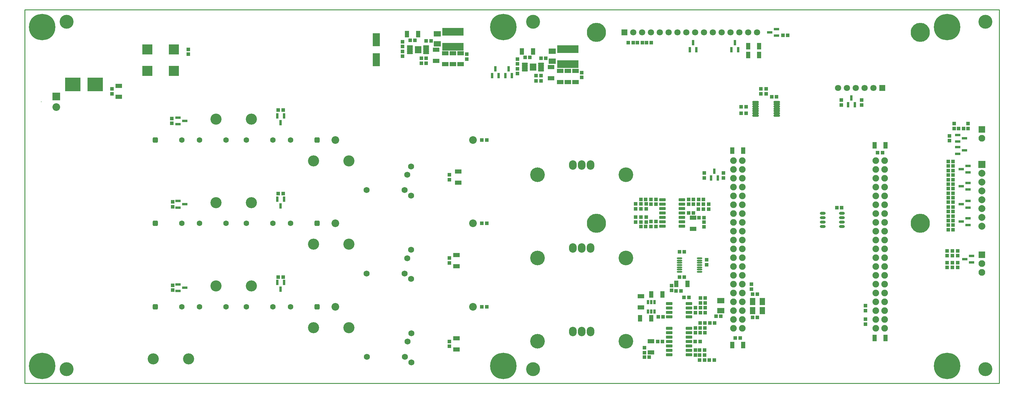
<source format=gts>
G04 Layer_Color=8388736*
%FSLAX43Y43*%
%MOMM*%
G71*
G01*
G75*
%ADD38C,0.254*%
%ADD78R,2.903X2.903*%
%ADD79O,1.550X0.500*%
%ADD80R,6.203X2.203*%
%ADD81R,0.803X1.203*%
%ADD82R,0.803X1.553*%
%ADD83O,1.653X0.853*%
%ADD84R,1.543X2.003*%
%ADD85R,1.103X1.003*%
G04:AMPARAMS|DCode=86|XSize=0.653mm|YSize=1.803mm|CornerRadius=0.151mm|HoleSize=0mm|Usage=FLASHONLY|Rotation=90.000|XOffset=0mm|YOffset=0mm|HoleType=Round|Shape=RoundedRectangle|*
%AMROUNDEDRECTD86*
21,1,0.653,1.501,0,0,90.0*
21,1,0.351,1.803,0,0,90.0*
1,1,0.302,0.750,0.175*
1,1,0.302,0.750,-0.175*
1,1,0.302,-0.750,-0.175*
1,1,0.302,-0.750,0.175*
%
%ADD86ROUNDEDRECTD86*%
%ADD87R,4.443X4.013*%
%ADD88R,1.003X1.103*%
%ADD89R,2.003X3.753*%
%ADD90C,4.000*%
G04:AMPARAMS|DCode=91|XSize=0.853mm|YSize=1.853mm|CornerRadius=0.15mm|HoleSize=0mm|Usage=FLASHONLY|Rotation=270.000|XOffset=0mm|YOffset=0mm|HoleType=Round|Shape=RoundedRectangle|*
%AMROUNDEDRECTD91*
21,1,0.853,1.552,0,0,270.0*
21,1,0.552,1.853,0,0,270.0*
1,1,0.301,-0.776,-0.276*
1,1,0.301,-0.776,0.276*
1,1,0.301,0.776,0.276*
1,1,0.301,0.776,-0.276*
%
%ADD91ROUNDEDRECTD91*%
%ADD92R,1.903X1.203*%
%ADD93R,1.203X1.903*%
G04:AMPARAMS|DCode=94|XSize=0.503mm|YSize=1.753mm|CornerRadius=0.151mm|HoleSize=0mm|Usage=FLASHONLY|Rotation=90.000|XOffset=0mm|YOffset=0mm|HoleType=Round|Shape=RoundedRectangle|*
%AMROUNDEDRECTD94*
21,1,0.503,1.451,0,0,90.0*
21,1,0.201,1.753,0,0,90.0*
1,1,0.302,0.726,0.101*
1,1,0.302,0.726,-0.101*
1,1,0.302,-0.726,-0.101*
1,1,0.302,-0.726,0.101*
%
%ADD94ROUNDEDRECTD94*%
G04:AMPARAMS|DCode=95|XSize=1.933mm|YSize=2.103mm|CornerRadius=0.153mm|HoleSize=0mm|Usage=FLASHONLY|Rotation=0.000|XOffset=0mm|YOffset=0mm|HoleType=Round|Shape=RoundedRectangle|*
%AMROUNDEDRECTD95*
21,1,1.933,1.796,0,0,0.0*
21,1,1.626,2.103,0,0,0.0*
1,1,0.307,0.813,-0.898*
1,1,0.307,-0.813,-0.898*
1,1,0.307,-0.813,0.898*
1,1,0.307,0.813,0.898*
%
%ADD95ROUNDEDRECTD95*%
%ADD96R,1.553X0.803*%
%ADD97R,2.003X1.543*%
%ADD98O,2.203X2.703*%
%ADD99C,2.203*%
%ADD100C,3.203*%
%ADD101C,1.803*%
%ADD102R,1.803X1.803*%
%ADD103C,1.727*%
%ADD104C,7.603*%
%ADD105C,5.503*%
%ADD106C,1.903*%
%ADD107R,1.953X1.953*%
%ADD108C,1.953*%
%ADD109C,4.203*%
%ADD110R,2.203X2.203*%
%ADD111R,0.203X0.203*%
%ADD112R,2.003X2.003*%
%ADD113C,2.003*%
%ADD114C,1.603*%
G04:AMPARAMS|DCode=115|XSize=1.603mm|YSize=1.603mm|CornerRadius=0.452mm|HoleSize=0mm|Usage=FLASHONLY|Rotation=0.000|XOffset=0mm|YOffset=0mm|HoleType=Round|Shape=RoundedRectangle|*
%AMROUNDEDRECTD115*
21,1,1.603,0.700,0,0,0.0*
21,1,0.700,1.603,0,0,0.0*
1,1,0.903,0.350,-0.350*
1,1,0.903,-0.350,-0.350*
1,1,0.903,-0.350,0.350*
1,1,0.903,0.350,0.350*
%
%ADD115ROUNDEDRECTD115*%
%ADD116C,0.803*%
D38*
X0Y0D02*
Y107500D01*
X280000D01*
Y0D02*
Y107500D01*
X0Y0D02*
X280000D01*
D78*
X35190Y89890D02*
D03*
X42810D02*
D03*
Y96110D02*
D03*
X35190D02*
D03*
D79*
X188125Y35950D02*
D03*
Y35300D02*
D03*
Y34650D02*
D03*
Y34000D02*
D03*
Y33350D02*
D03*
Y32700D02*
D03*
Y32050D02*
D03*
X193875Y35950D02*
D03*
Y35300D02*
D03*
Y34650D02*
D03*
Y34000D02*
D03*
Y33350D02*
D03*
Y32700D02*
D03*
Y32050D02*
D03*
D80*
X123000Y96850D02*
D03*
Y101150D02*
D03*
X156000Y91850D02*
D03*
Y96150D02*
D03*
D81*
X179050Y20625D02*
D03*
X180000D02*
D03*
X180950D02*
D03*
Y23375D02*
D03*
X180000D02*
D03*
X179050D02*
D03*
D82*
X138050Y88525D02*
D03*
X139950D02*
D03*
X139000Y90475D02*
D03*
X236550Y80125D02*
D03*
X238450D02*
D03*
X237500Y82075D02*
D03*
X191050Y96025D02*
D03*
X192950D02*
D03*
X192000Y97975D02*
D03*
X203050Y96025D02*
D03*
X204950D02*
D03*
X204000Y97975D02*
D03*
X74450Y28975D02*
D03*
X72550D02*
D03*
X73500Y27025D02*
D03*
X74450Y52975D02*
D03*
X72550D02*
D03*
X73500Y51025D02*
D03*
X74450Y76975D02*
D03*
X72550D02*
D03*
X73500Y75025D02*
D03*
X197180Y59095D02*
D03*
X199080D02*
D03*
X198130Y61045D02*
D03*
X134250Y88525D02*
D03*
X136150D02*
D03*
X135200Y90475D02*
D03*
D83*
X234725Y45095D02*
D03*
Y46365D02*
D03*
Y47635D02*
D03*
Y48905D02*
D03*
X229275Y45095D02*
D03*
Y46365D02*
D03*
Y47635D02*
D03*
Y48905D02*
D03*
D84*
X211930Y23500D02*
D03*
X209070D02*
D03*
X211930Y20900D02*
D03*
X209070D02*
D03*
D85*
X241500Y17000D02*
D03*
Y18400D02*
D03*
X268000Y34700D02*
D03*
Y33300D02*
D03*
X213000Y83300D02*
D03*
Y84700D02*
D03*
X211500Y83300D02*
D03*
Y84700D02*
D03*
X265700Y69800D02*
D03*
Y71200D02*
D03*
X265000Y33300D02*
D03*
Y34700D02*
D03*
Y36700D02*
D03*
Y38100D02*
D03*
X266500Y34700D02*
D03*
Y33300D02*
D03*
Y36700D02*
D03*
Y38100D02*
D03*
X267000Y74700D02*
D03*
Y73300D02*
D03*
X271000Y74700D02*
D03*
Y73300D02*
D03*
X192700Y15900D02*
D03*
Y14500D02*
D03*
Y21700D02*
D03*
Y20300D02*
D03*
Y8100D02*
D03*
Y9500D02*
D03*
X178000Y8800D02*
D03*
Y10200D02*
D03*
X178500Y47800D02*
D03*
Y46400D02*
D03*
X122000Y12000D02*
D03*
Y10600D02*
D03*
X178500Y50200D02*
D03*
Y51600D02*
D03*
X122000Y36000D02*
D03*
Y34600D02*
D03*
X193500Y50100D02*
D03*
Y51500D02*
D03*
X122000Y60000D02*
D03*
Y58600D02*
D03*
X195100Y46400D02*
D03*
Y45000D02*
D03*
X195230Y59070D02*
D03*
Y60470D02*
D03*
X200730Y59070D02*
D03*
Y60470D02*
D03*
X25000Y84700D02*
D03*
Y83300D02*
D03*
X47000Y96100D02*
D03*
Y94700D02*
D03*
X160000Y89400D02*
D03*
Y88000D02*
D03*
X141500Y90500D02*
D03*
Y89100D02*
D03*
X127000Y93300D02*
D03*
Y94700D02*
D03*
X108500Y94100D02*
D03*
Y95500D02*
D03*
X185800Y26700D02*
D03*
Y28100D02*
D03*
X175500Y46400D02*
D03*
Y47800D02*
D03*
X177000D02*
D03*
Y46400D02*
D03*
X175500Y51600D02*
D03*
Y50200D02*
D03*
X177000D02*
D03*
Y51600D02*
D03*
X196500Y51500D02*
D03*
Y50100D02*
D03*
X195000D02*
D03*
Y51500D02*
D03*
X141500Y91900D02*
D03*
Y93300D02*
D03*
X108500Y96900D02*
D03*
Y98300D02*
D03*
X42500Y26800D02*
D03*
Y28200D02*
D03*
X240400Y80100D02*
D03*
Y81500D02*
D03*
X42500Y50800D02*
D03*
Y52200D02*
D03*
X234600Y80100D02*
D03*
Y81500D02*
D03*
X42200Y74800D02*
D03*
Y76200D02*
D03*
X268000Y36700D02*
D03*
Y38100D02*
D03*
X195900Y35500D02*
D03*
Y34100D02*
D03*
X241500Y22300D02*
D03*
Y20900D02*
D03*
X208800Y27100D02*
D03*
Y28500D02*
D03*
D86*
X216050Y77050D02*
D03*
Y77700D02*
D03*
Y78350D02*
D03*
Y79000D02*
D03*
Y79650D02*
D03*
Y80300D02*
D03*
Y80950D02*
D03*
X209950Y77050D02*
D03*
Y77700D02*
D03*
Y78350D02*
D03*
Y79000D02*
D03*
Y79650D02*
D03*
Y80300D02*
D03*
Y80950D02*
D03*
D87*
X20185Y86000D02*
D03*
X13815D02*
D03*
D88*
X195100Y47600D02*
D03*
X193700D02*
D03*
X207200Y77700D02*
D03*
X205800D02*
D03*
X207200Y79600D02*
D03*
X205800D02*
D03*
X268300Y73300D02*
D03*
X269700D02*
D03*
X196800Y17300D02*
D03*
X198200D02*
D03*
X194100Y23100D02*
D03*
X195500D02*
D03*
X198100Y6700D02*
D03*
X196700D02*
D03*
X183200Y12000D02*
D03*
X181800D02*
D03*
X177000Y45100D02*
D03*
X178400D02*
D03*
X188100Y37800D02*
D03*
X189500D02*
D03*
X177000Y52900D02*
D03*
X178400D02*
D03*
X195000D02*
D03*
X193600D02*
D03*
X187100Y26600D02*
D03*
X188500D02*
D03*
X188100Y30500D02*
D03*
X189500D02*
D03*
X190700Y49000D02*
D03*
X192100D02*
D03*
X205530Y12970D02*
D03*
X204130D02*
D03*
X245030Y66370D02*
D03*
X246430D02*
D03*
X234700Y50500D02*
D03*
X233300D02*
D03*
X148300Y93500D02*
D03*
X149700D02*
D03*
X143700Y93800D02*
D03*
X145100D02*
D03*
X115300Y98500D02*
D03*
X116700D02*
D03*
X112100Y98700D02*
D03*
X110700D02*
D03*
X173400Y98000D02*
D03*
X174800D02*
D03*
X216000Y82400D02*
D03*
X214600D02*
D03*
X178000Y7500D02*
D03*
X179400D02*
D03*
X195400Y17300D02*
D03*
X194000D02*
D03*
Y15900D02*
D03*
X195400D02*
D03*
X194000Y14500D02*
D03*
X195400D02*
D03*
X194100Y21700D02*
D03*
X195500D02*
D03*
Y24500D02*
D03*
X194100D02*
D03*
Y20300D02*
D03*
X195500D02*
D03*
X179900Y45100D02*
D03*
X181300D02*
D03*
Y46500D02*
D03*
X179900D02*
D03*
X131300Y22000D02*
D03*
X132700D02*
D03*
X179900Y52900D02*
D03*
X181300D02*
D03*
Y51500D02*
D03*
X179900D02*
D03*
X131300Y46000D02*
D03*
X132700D02*
D03*
X192100Y52900D02*
D03*
X190700D02*
D03*
Y51500D02*
D03*
X192100D02*
D03*
X131300Y70000D02*
D03*
X132700D02*
D03*
X146900Y87000D02*
D03*
X148300D02*
D03*
Y88500D02*
D03*
X146900D02*
D03*
X113900Y92100D02*
D03*
X115300D02*
D03*
Y93500D02*
D03*
X113900D02*
D03*
X72800Y30500D02*
D03*
X74200D02*
D03*
X72800Y54600D02*
D03*
X74200D02*
D03*
X72800Y78600D02*
D03*
X74200D02*
D03*
X265300Y45500D02*
D03*
X266700D02*
D03*
X265300Y46800D02*
D03*
X266700D02*
D03*
X265300Y50700D02*
D03*
X266700D02*
D03*
X265300Y52100D02*
D03*
X266700D02*
D03*
X176000Y98000D02*
D03*
X177400D02*
D03*
X180000D02*
D03*
X178600D02*
D03*
X192600Y12000D02*
D03*
X194000D02*
D03*
X183400Y19100D02*
D03*
X182000D02*
D03*
X190800Y24700D02*
D03*
X189400D02*
D03*
X193900Y8100D02*
D03*
X195300D02*
D03*
Y6700D02*
D03*
X193900D02*
D03*
Y9500D02*
D03*
X195300D02*
D03*
X265300Y56000D02*
D03*
X266700D02*
D03*
X265300Y57300D02*
D03*
X266700D02*
D03*
X265300Y61200D02*
D03*
X266700D02*
D03*
X265300Y62500D02*
D03*
X266700D02*
D03*
Y63800D02*
D03*
X265300D02*
D03*
X266700Y59900D02*
D03*
X265300D02*
D03*
X266700Y58600D02*
D03*
X265300D02*
D03*
X266700Y54700D02*
D03*
X265300D02*
D03*
X266700Y53400D02*
D03*
X265300D02*
D03*
X266700Y49400D02*
D03*
X265300D02*
D03*
X266700Y48100D02*
D03*
X265300D02*
D03*
X266700Y44200D02*
D03*
X265300D02*
D03*
X217800Y100100D02*
D03*
X219200D02*
D03*
X209100Y18900D02*
D03*
X210500D02*
D03*
X200000Y19300D02*
D03*
X198600D02*
D03*
X209100Y25600D02*
D03*
X210500D02*
D03*
D89*
X101000Y93125D02*
D03*
Y98875D02*
D03*
D90*
X146000Y4000D02*
D03*
X12000Y104000D02*
D03*
X276000D02*
D03*
Y4000D02*
D03*
X146000Y104000D02*
D03*
X12000Y4000D02*
D03*
D91*
X183175Y52810D02*
D03*
Y51540D02*
D03*
Y50270D02*
D03*
Y49000D02*
D03*
Y47730D02*
D03*
Y46460D02*
D03*
Y45190D02*
D03*
X188825Y52810D02*
D03*
Y51540D02*
D03*
Y50270D02*
D03*
Y49000D02*
D03*
Y47730D02*
D03*
Y46460D02*
D03*
Y45190D02*
D03*
X190825Y19095D02*
D03*
Y20365D02*
D03*
Y21635D02*
D03*
Y22905D02*
D03*
X185175Y19095D02*
D03*
Y20365D02*
D03*
Y21635D02*
D03*
Y22905D02*
D03*
X190825Y8190D02*
D03*
Y9460D02*
D03*
Y10730D02*
D03*
Y12000D02*
D03*
Y13270D02*
D03*
Y14540D02*
D03*
Y15810D02*
D03*
X185175Y8190D02*
D03*
Y9460D02*
D03*
Y10730D02*
D03*
Y12000D02*
D03*
Y13270D02*
D03*
Y14540D02*
D03*
Y15810D02*
D03*
D92*
X125200Y91800D02*
D03*
Y95000D02*
D03*
X179900Y12100D02*
D03*
Y8900D02*
D03*
X124000Y9700D02*
D03*
Y12900D02*
D03*
Y33700D02*
D03*
Y36900D02*
D03*
X124500Y57700D02*
D03*
Y60900D02*
D03*
X192000Y44400D02*
D03*
Y47600D02*
D03*
X27000Y82400D02*
D03*
Y85600D02*
D03*
X153800Y86700D02*
D03*
Y89900D02*
D03*
X156000Y86700D02*
D03*
Y89900D02*
D03*
X158200Y86700D02*
D03*
Y89900D02*
D03*
X120800Y91800D02*
D03*
Y95000D02*
D03*
X123000Y91800D02*
D03*
Y95000D02*
D03*
X151200Y87800D02*
D03*
Y91000D02*
D03*
X118200Y92800D02*
D03*
Y96000D02*
D03*
X177000Y21800D02*
D03*
Y25000D02*
D03*
D93*
X207800Y97000D02*
D03*
X211000D02*
D03*
X190400Y28600D02*
D03*
X187200D02*
D03*
X203230Y10970D02*
D03*
X206430D02*
D03*
X247330Y68470D02*
D03*
X244130D02*
D03*
Y12970D02*
D03*
X247330D02*
D03*
X206430Y66970D02*
D03*
X203230D02*
D03*
X146000Y95500D02*
D03*
X142800D02*
D03*
X113000Y100500D02*
D03*
X109800D02*
D03*
X207800Y94500D02*
D03*
X211000D02*
D03*
X183200Y25500D02*
D03*
X180000D02*
D03*
X176800Y18700D02*
D03*
X180000D02*
D03*
D94*
X115325Y95000D02*
D03*
Y95500D02*
D03*
Y96000D02*
D03*
Y96500D02*
D03*
X110675Y95000D02*
D03*
Y95500D02*
D03*
Y96000D02*
D03*
Y96500D02*
D03*
Y97000D02*
D03*
X115325D02*
D03*
X148325Y92000D02*
D03*
X143675D02*
D03*
Y91500D02*
D03*
Y91000D02*
D03*
Y90500D02*
D03*
Y90000D02*
D03*
X148325Y91500D02*
D03*
Y91000D02*
D03*
Y90500D02*
D03*
Y90000D02*
D03*
D95*
X113000Y96000D02*
D03*
X146000Y91000D02*
D03*
D96*
X269975Y70500D02*
D03*
X268025Y69550D02*
D03*
Y71450D02*
D03*
X270025Y35700D02*
D03*
X271975Y36650D02*
D03*
Y34750D02*
D03*
X270975Y45550D02*
D03*
Y47450D02*
D03*
X269025Y46500D02*
D03*
X270975Y50550D02*
D03*
Y52450D02*
D03*
X269025Y51500D02*
D03*
X270975Y55750D02*
D03*
Y57650D02*
D03*
X269025Y56700D02*
D03*
X270975Y60650D02*
D03*
Y62550D02*
D03*
X269025Y61600D02*
D03*
X44025Y28450D02*
D03*
Y26550D02*
D03*
X45975Y27500D02*
D03*
X44025Y52450D02*
D03*
Y50550D02*
D03*
X45975Y51500D02*
D03*
X44025Y76450D02*
D03*
Y74550D02*
D03*
X45975Y75500D02*
D03*
X215975Y100050D02*
D03*
Y101950D02*
D03*
X214025Y101000D02*
D03*
X268025Y67950D02*
D03*
Y66050D02*
D03*
X269975Y67000D02*
D03*
D97*
X151500Y92670D02*
D03*
Y95530D02*
D03*
X118500Y100530D02*
D03*
Y97670D02*
D03*
X200000Y23730D02*
D03*
Y20870D02*
D03*
D98*
X157450Y62800D02*
D03*
X160000D02*
D03*
X162550D02*
D03*
X157450Y14900D02*
D03*
X160000D02*
D03*
X162550D02*
D03*
Y38900D02*
D03*
X160000D02*
D03*
X157450D02*
D03*
D99*
X128750Y70000D02*
D03*
X89250D02*
D03*
X9000Y79500D02*
D03*
X128750Y22000D02*
D03*
X89250D02*
D03*
X128750Y46000D02*
D03*
X89250D02*
D03*
D100*
X93080Y16000D02*
D03*
X82920D02*
D03*
X36920Y7000D02*
D03*
X47080D02*
D03*
X54920Y76000D02*
D03*
X65080D02*
D03*
X54920Y52000D02*
D03*
X65080D02*
D03*
X54920Y28000D02*
D03*
X65080D02*
D03*
X82920Y64000D02*
D03*
X93080D02*
D03*
X82920Y40000D02*
D03*
X93080D02*
D03*
D101*
X236190Y85000D02*
D03*
X241270D02*
D03*
X243810D02*
D03*
X238730D02*
D03*
X233650D02*
D03*
X210350Y101000D02*
D03*
X205270D02*
D03*
X200190D02*
D03*
X197650D02*
D03*
X192570D02*
D03*
X187490D02*
D03*
X182410D02*
D03*
X177330D02*
D03*
X174790D02*
D03*
X179870D02*
D03*
X184950D02*
D03*
X190030D02*
D03*
X195110D02*
D03*
X202730D02*
D03*
X207810D02*
D03*
D102*
X246350Y85000D02*
D03*
X172250Y101000D02*
D03*
D103*
X111000Y54000D02*
D03*
X109880Y59970D02*
D03*
X98200Y55570D02*
D03*
X109120D02*
D03*
X111000Y62380D02*
D03*
X111100Y6000D02*
D03*
X109980Y11970D02*
D03*
X98300Y7570D02*
D03*
X109220D02*
D03*
X111100Y14380D02*
D03*
X111000Y38380D02*
D03*
X109880Y35970D02*
D03*
X109120Y31570D02*
D03*
X111000Y30000D02*
D03*
X98200Y31570D02*
D03*
D104*
X5000Y102500D02*
D03*
Y5000D02*
D03*
X137500Y5000D02*
D03*
X265000Y5000D02*
D03*
Y102500D02*
D03*
X137500D02*
D03*
D105*
X164250Y101000D02*
D03*
Y46000D02*
D03*
X257270D02*
D03*
X257250Y101000D02*
D03*
D106*
X244460Y64100D02*
D03*
Y61560D02*
D03*
Y59020D02*
D03*
Y56480D02*
D03*
Y53940D02*
D03*
Y51400D02*
D03*
Y48860D02*
D03*
Y46320D02*
D03*
Y43780D02*
D03*
Y41240D02*
D03*
Y38700D02*
D03*
Y36160D02*
D03*
Y33620D02*
D03*
Y31080D02*
D03*
Y28540D02*
D03*
Y26000D02*
D03*
Y23460D02*
D03*
Y20920D02*
D03*
Y18380D02*
D03*
Y15840D02*
D03*
X247000Y64100D02*
D03*
Y61560D02*
D03*
Y59020D02*
D03*
Y56480D02*
D03*
Y53940D02*
D03*
Y51400D02*
D03*
Y48860D02*
D03*
Y46320D02*
D03*
Y43780D02*
D03*
Y41240D02*
D03*
Y38700D02*
D03*
Y36160D02*
D03*
Y33620D02*
D03*
Y31080D02*
D03*
Y28540D02*
D03*
Y26000D02*
D03*
Y23460D02*
D03*
Y20920D02*
D03*
Y18380D02*
D03*
Y15840D02*
D03*
X206100D02*
D03*
Y18380D02*
D03*
Y20920D02*
D03*
Y23460D02*
D03*
Y26000D02*
D03*
Y28540D02*
D03*
Y31080D02*
D03*
Y33620D02*
D03*
Y36160D02*
D03*
Y38700D02*
D03*
Y41240D02*
D03*
Y43780D02*
D03*
Y46320D02*
D03*
Y48860D02*
D03*
Y51400D02*
D03*
Y53940D02*
D03*
Y56480D02*
D03*
Y59020D02*
D03*
Y61560D02*
D03*
Y64100D02*
D03*
X203560Y15840D02*
D03*
Y18380D02*
D03*
Y20920D02*
D03*
Y23460D02*
D03*
Y26000D02*
D03*
Y28540D02*
D03*
Y31080D02*
D03*
Y33620D02*
D03*
Y36160D02*
D03*
Y38700D02*
D03*
Y41240D02*
D03*
Y43780D02*
D03*
Y46320D02*
D03*
Y48860D02*
D03*
Y51400D02*
D03*
Y53940D02*
D03*
Y56480D02*
D03*
Y59020D02*
D03*
Y61560D02*
D03*
Y64100D02*
D03*
D107*
X275000Y37000D02*
D03*
Y73000D02*
D03*
D108*
Y34460D02*
D03*
Y31920D02*
D03*
Y70460D02*
D03*
D109*
X172700Y12100D02*
D03*
X147300D02*
D03*
X172700Y60000D02*
D03*
X147300D02*
D03*
X172700Y36000D02*
D03*
X147300D02*
D03*
D110*
X9000Y82500D02*
D03*
D111*
X4680Y81000D02*
D03*
D112*
X275000Y63000D02*
D03*
D113*
Y60460D02*
D03*
Y57920D02*
D03*
Y55380D02*
D03*
Y52840D02*
D03*
Y50300D02*
D03*
Y47760D02*
D03*
Y45220D02*
D03*
D114*
X57820Y70000D02*
D03*
X50200D02*
D03*
X45120D02*
D03*
X76380Y22000D02*
D03*
X71300D02*
D03*
X63680D02*
D03*
X57820Y22000D02*
D03*
X50200D02*
D03*
X45120D02*
D03*
X76380Y46000D02*
D03*
X71300D02*
D03*
X63680D02*
D03*
X57820Y46000D02*
D03*
X50200D02*
D03*
X45120D02*
D03*
X76380Y70000D02*
D03*
X71300D02*
D03*
X63680D02*
D03*
D115*
X37500Y70000D02*
D03*
X84000Y22000D02*
D03*
X37500Y22000D02*
D03*
X84000Y46000D02*
D03*
X37500Y46000D02*
D03*
X84000Y70000D02*
D03*
D116*
X112500Y96500D02*
D03*
X113500D02*
D03*
X112500Y95500D02*
D03*
X113500D02*
D03*
X146500Y90500D02*
D03*
X145500D02*
D03*
X146500Y91500D02*
D03*
X145500D02*
D03*
M02*

</source>
